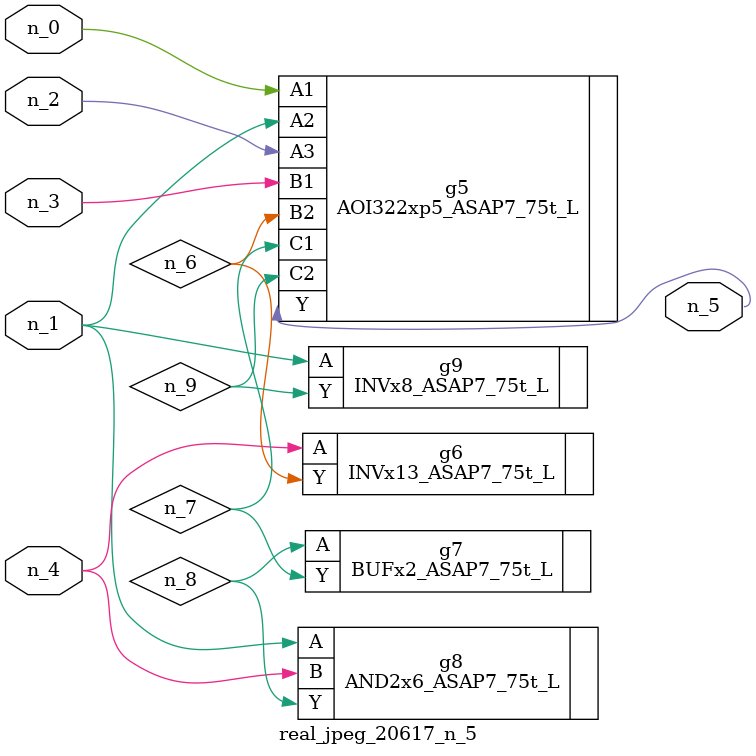
<source format=v>
module real_jpeg_20617_n_5 (n_4, n_0, n_1, n_2, n_3, n_5);

input n_4;
input n_0;
input n_1;
input n_2;
input n_3;

output n_5;

wire n_8;
wire n_6;
wire n_7;
wire n_9;

AOI322xp5_ASAP7_75t_L g5 ( 
.A1(n_0),
.A2(n_1),
.A3(n_2),
.B1(n_3),
.B2(n_6),
.C1(n_7),
.C2(n_9),
.Y(n_5)
);

AND2x6_ASAP7_75t_L g8 ( 
.A(n_1),
.B(n_4),
.Y(n_8)
);

INVx8_ASAP7_75t_L g9 ( 
.A(n_1),
.Y(n_9)
);

INVx13_ASAP7_75t_L g6 ( 
.A(n_4),
.Y(n_6)
);

BUFx2_ASAP7_75t_L g7 ( 
.A(n_8),
.Y(n_7)
);


endmodule
</source>
